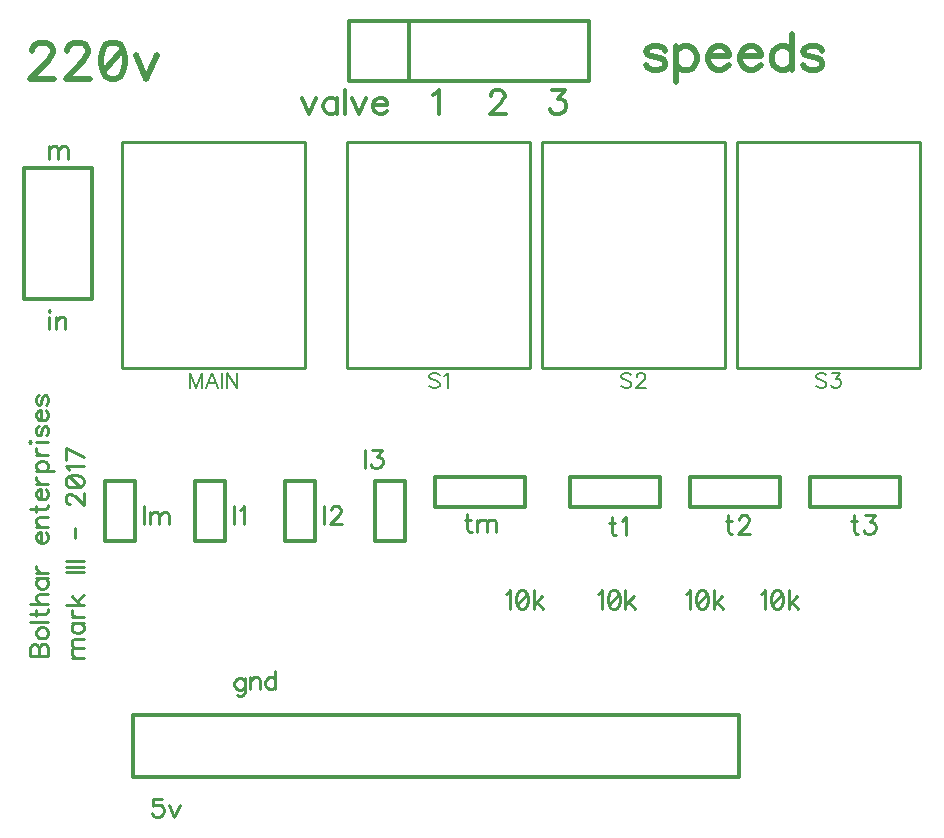
<source format=gto>
G04 DipTrace 3.1.0.1*
G04 Controller.GTO*
%MOMM*%
G04 #@! TF.FileFunction,Legend,Top*
G04 #@! TF.Part,Single*
%ADD10C,0.25*%
%ADD15C,0.3*%
%ADD31C,0.19608*%
%ADD32C,0.23529*%
%ADD33C,0.47059*%
%ADD34C,0.31373*%
%FSLAX35Y35*%
G04*
G71*
G90*
G75*
G01*
G04 TopSilk*
%LPD*%
X2009293Y5048167D2*
D10*
Y6958167D1*
X3559293D1*
Y5048167D1*
X2009293D1*
X3914293D2*
Y6958167D1*
X5464293D1*
Y5048167D1*
X3914293D1*
X5565293D2*
Y6958167D1*
X7115293D1*
Y5048167D1*
X5565293D1*
X7216293D2*
Y6958167D1*
X8766293D1*
Y5048167D1*
X7216293D1*
X3927293Y7982167D2*
D15*
X5959293D1*
Y7474167D1*
X3927293D1*
Y7982167D1*
X2101667Y2108420D2*
X7229293D1*
Y1584543D1*
X2101667D1*
Y2108420D1*
X4657543Y4124543D2*
X5419543D1*
Y3870543D1*
X4657543D1*
Y4124543D1*
X5800543D2*
X6562543D1*
Y3870543D1*
X5800543D1*
Y4124543D1*
X6816543D2*
X7578543D1*
Y3870543D1*
X6816543D1*
Y4124543D1*
X7832543D2*
X8594543D1*
Y3870543D1*
X7832543D1*
Y4124543D1*
X1863543Y4092793D2*
X2117543D1*
Y3584790D1*
X1863543D1*
Y4092793D1*
X2625543D2*
X2879543D1*
Y3584790D1*
X2625543D1*
Y4092793D1*
X3387543D2*
X3641543D1*
Y3584790D1*
X3387543D1*
Y4092793D1*
X4149543D2*
X4403543D1*
Y3584790D1*
X4149543D1*
Y4092793D1*
X1180920Y6743917D2*
X1752420D1*
Y5632667D1*
X1180920D1*
Y6743917D1*
X4435293Y7966293D2*
Y7474167D1*
X2682863Y4877482D2*
D31*
Y5005092D1*
X2634290Y4877482D1*
X2585717Y5005092D1*
Y4877482D1*
X2819365D2*
X2770652Y5005092D1*
X2722079Y4877482D1*
X2740329Y4920019D2*
X2801115D1*
X2858581Y5005092D2*
Y4877482D1*
X2982870Y5005092D2*
Y4877482D1*
X2897797Y5005092D1*
Y4877482D1*
X4696990Y4986842D2*
X4684917Y4999055D1*
X4666667Y5005092D1*
X4642381D1*
X4624131Y4999055D1*
X4611917Y4986842D1*
Y4974769D1*
X4618094Y4962555D1*
X4624131Y4956519D1*
X4636204Y4950482D1*
X4672704Y4938269D1*
X4684917Y4932232D1*
X4690954Y4926055D1*
X4696990Y4913982D1*
Y4895732D1*
X4684917Y4883659D1*
X4666667Y4877482D1*
X4642381D1*
X4624131Y4883659D1*
X4611917Y4895732D1*
X4736206Y4980665D2*
X4748419Y4986842D1*
X4766669Y5004951D1*
Y4877482D1*
X6320685Y4986842D2*
X6308612Y4999055D1*
X6290362Y5005092D1*
X6266076D1*
X6247826Y4999055D1*
X6235612Y4986842D1*
Y4974769D1*
X6241789Y4962555D1*
X6247826Y4956519D1*
X6259899Y4950482D1*
X6296399Y4938269D1*
X6308612Y4932232D1*
X6314649Y4926055D1*
X6320685Y4913982D1*
Y4895732D1*
X6308612Y4883659D1*
X6290362Y4877482D1*
X6266076D1*
X6247826Y4883659D1*
X6235612Y4895732D1*
X6366078Y4974628D2*
Y4980665D1*
X6372115Y4992878D1*
X6378151Y4998915D1*
X6390365Y5004951D1*
X6414651D1*
X6426724Y4998915D1*
X6432761Y4992878D1*
X6438938Y4980665D1*
Y4968592D1*
X6432761Y4956378D1*
X6420688Y4938269D1*
X6359901Y4877482D1*
X6444974D1*
X7971685Y4986842D2*
X7959612Y4999055D1*
X7941362Y5005092D1*
X7917076D1*
X7898826Y4999055D1*
X7886612Y4986842D1*
Y4974769D1*
X7892789Y4962555D1*
X7898826Y4956519D1*
X7910899Y4950482D1*
X7947399Y4938269D1*
X7959612Y4932232D1*
X7965649Y4926055D1*
X7971685Y4913982D1*
Y4895732D1*
X7959612Y4883659D1*
X7941362Y4877482D1*
X7917076D1*
X7898826Y4883659D1*
X7886612Y4895732D1*
X8023115Y5004951D2*
X8089797D1*
X8053438Y4956378D1*
X8071688D1*
X8083761Y4950342D1*
X8089797Y4944305D1*
X8095974Y4926055D1*
Y4913982D1*
X8089797Y4895732D1*
X8077724Y4883519D1*
X8059474Y4877482D1*
X8041224D1*
X8023115Y4883519D1*
X8017078Y4889695D1*
X8010901Y4901769D1*
X2196918Y3878237D2*
D32*
Y3725105D1*
X2243977Y3827193D2*
Y3725105D1*
Y3798049D2*
X2265877Y3819949D1*
X2280533Y3827193D1*
X2302265D1*
X2316921Y3819949D1*
X2324165Y3798049D1*
Y3725105D1*
Y3798049D2*
X2346065Y3819949D1*
X2360721Y3827193D1*
X2382452D1*
X2397108Y3819949D1*
X2404521Y3798049D1*
Y3725105D1*
X2958918Y3878237D2*
Y3725105D1*
X3005977Y3848924D2*
X3020633Y3856337D1*
X3042533Y3878068D1*
Y3725105D1*
X3720918Y3878237D2*
Y3725105D1*
X3775389Y3841680D2*
Y3848924D1*
X3782633Y3863580D1*
X3789877Y3870824D1*
X3804533Y3878068D1*
X3833677D1*
X3848165Y3870824D1*
X3855408Y3863580D1*
X3862821Y3848924D1*
Y3834437D1*
X3855408Y3819780D1*
X3840921Y3798049D1*
X3767977Y3725105D1*
X3870065D1*
X4066058Y4354490D2*
Y4201358D1*
X4127773Y4354321D2*
X4207792D1*
X4164161Y4296034D1*
X4186061D1*
X4200548Y4288790D1*
X4207792Y4281546D1*
X4215205Y4259646D1*
Y4245158D1*
X4207792Y4223258D1*
X4193305Y4208602D1*
X4171405Y4201358D1*
X4149505D1*
X4127773Y4208602D1*
X4120529Y4216015D1*
X4113117Y4230502D1*
X1247291Y7730034D2*
D33*
Y7744522D1*
X1261778Y7773834D1*
X1276266Y7788322D1*
X1305578Y7802810D1*
X1363866D1*
X1392841Y7788322D1*
X1407329Y7773834D1*
X1422154Y7744522D1*
Y7715546D1*
X1407329Y7686234D1*
X1378354Y7642771D1*
X1232466Y7496883D1*
X1436641D1*
X1545584Y7730034D2*
Y7744522D1*
X1560071Y7773834D1*
X1574559Y7788322D1*
X1603871Y7802810D1*
X1662159D1*
X1691134Y7788322D1*
X1705622Y7773834D1*
X1720447Y7744522D1*
Y7715546D1*
X1705622Y7686234D1*
X1676647Y7642771D1*
X1530759Y7496883D1*
X1734934D1*
X1916652Y7802810D2*
X1872852Y7788322D1*
X1843540Y7744522D1*
X1829052Y7671746D1*
Y7627946D1*
X1843540Y7555171D1*
X1872852Y7511371D1*
X1916652Y7496883D1*
X1945628D1*
X1989428Y7511371D1*
X2018403Y7555171D1*
X2033228Y7627946D1*
Y7671746D1*
X2018403Y7744522D1*
X1989428Y7788322D1*
X1945628Y7802810D1*
X1916652D1*
X2018403Y7744522D2*
X1843540Y7555171D1*
X2127345Y7701059D2*
X2214945Y7496883D1*
X2302208Y7701059D1*
X2347253Y1401618D2*
D32*
X2274478D1*
X2267234Y1336087D1*
X2274478Y1343330D1*
X2296378Y1350743D1*
X2318109D1*
X2340009Y1343330D1*
X2354665Y1328843D1*
X2361909Y1306943D1*
Y1292455D1*
X2354665Y1270555D1*
X2340009Y1255899D1*
X2318109Y1248655D1*
X2296378D1*
X2274478Y1255899D1*
X2267234Y1263311D1*
X2259821Y1277799D1*
X2408968Y1350743D2*
X2452768Y1248655D1*
X2496399Y1350743D1*
X4933445Y3814743D2*
Y3690756D1*
X4940689Y3669024D1*
X4955345Y3661612D1*
X4969832D1*
X4911545Y3763699D2*
X4962589D1*
X5016891D2*
Y3661612D1*
Y3734556D2*
X5038791Y3756456D1*
X5053447Y3763699D1*
X5075179D1*
X5089835Y3756456D1*
X5097079Y3734556D1*
Y3661612D1*
Y3734556D2*
X5118979Y3756456D1*
X5133635Y3763699D1*
X5155367D1*
X5170023Y3756456D1*
X5177435Y3734556D1*
Y3661612D1*
X6155818Y3782993D2*
Y3659006D1*
X6163062Y3637274D1*
X6177718Y3629862D1*
X6192206D1*
X6133918Y3731949D2*
X6184962D1*
X6239265Y3753681D2*
X6253921Y3761093D1*
X6275821Y3782825D1*
Y3629862D1*
X7140068Y3798867D2*
Y3674879D1*
X7147312Y3653147D1*
X7161968Y3645735D1*
X7176456D1*
X7118168Y3747823D2*
X7169212D1*
X7230927Y3762310D2*
Y3769554D1*
X7238171Y3784210D1*
X7245415Y3791454D1*
X7260071Y3798698D1*
X7289215D1*
X7303702Y3791454D1*
X7310946Y3784210D1*
X7318358Y3769554D1*
Y3755067D1*
X7310946Y3740410D1*
X7296458Y3718679D1*
X7223515Y3645735D1*
X7325602D1*
X8203695Y3798867D2*
Y3674879D1*
X8210939Y3653147D1*
X8225595Y3645735D1*
X8240082D1*
X8181795Y3747823D2*
X8232839D1*
X8301797Y3798698D2*
X8381817D1*
X8338185Y3740410D1*
X8360085D1*
X8374573Y3733167D1*
X8381817Y3725923D1*
X8389229Y3704023D1*
Y3689535D1*
X8381817Y3667635D1*
X8367329Y3652979D1*
X8345429Y3645735D1*
X8323529D1*
X8301797Y3652979D1*
X8294554Y3660391D1*
X8287141Y3674879D1*
X5260795Y3134554D2*
X5275451Y3141967D1*
X5297351Y3163698D1*
Y3010735D1*
X5388210Y3163698D2*
X5366310Y3156454D1*
X5351654Y3134554D1*
X5344410Y3098167D1*
Y3076267D1*
X5351654Y3039879D1*
X5366310Y3017979D1*
X5388210Y3010735D1*
X5402697D1*
X5424597Y3017979D1*
X5439085Y3039879D1*
X5446497Y3076267D1*
Y3098167D1*
X5439085Y3134554D1*
X5424597Y3156454D1*
X5402697Y3163698D1*
X5388210D1*
X5439085Y3134554D2*
X5351654Y3039879D1*
X5493556Y3163867D2*
Y3010735D1*
X5566500Y3112823D2*
X5493556Y3039879D1*
X5522700Y3069023D2*
X5573744Y3010735D1*
X6038668Y3134554D2*
X6053324Y3141967D1*
X6075224Y3163698D1*
Y3010735D1*
X6166083Y3163698D2*
X6144183Y3156454D1*
X6129527Y3134554D1*
X6122283Y3098167D1*
Y3076267D1*
X6129527Y3039879D1*
X6144183Y3017979D1*
X6166083Y3010735D1*
X6180571D1*
X6202471Y3017979D1*
X6216958Y3039879D1*
X6224371Y3076267D1*
Y3098167D1*
X6216958Y3134554D1*
X6202471Y3156454D1*
X6180571Y3163698D1*
X6166083D1*
X6216958Y3134554D2*
X6129527Y3039879D1*
X6271430Y3163867D2*
Y3010735D1*
X6344373Y3112823D2*
X6271430Y3039879D1*
X6300573Y3069023D2*
X6351617Y3010735D1*
X6784795Y3134554D2*
X6799451Y3141967D1*
X6821351Y3163698D1*
Y3010735D1*
X6912210Y3163698D2*
X6890310Y3156454D1*
X6875654Y3134554D1*
X6868410Y3098167D1*
Y3076267D1*
X6875654Y3039879D1*
X6890310Y3017979D1*
X6912210Y3010735D1*
X6926697D1*
X6948597Y3017979D1*
X6963085Y3039879D1*
X6970497Y3076267D1*
Y3098167D1*
X6963085Y3134554D1*
X6948597Y3156454D1*
X6926697Y3163698D1*
X6912210D1*
X6963085Y3134554D2*
X6875654Y3039879D1*
X7017556Y3163867D2*
Y3010735D1*
X7090500Y3112823D2*
X7017556Y3039879D1*
X7046700Y3069023D2*
X7097744Y3010735D1*
X7419795Y3134554D2*
X7434451Y3141967D1*
X7456351Y3163698D1*
Y3010735D1*
X7547210Y3163698D2*
X7525310Y3156454D1*
X7510654Y3134554D1*
X7503410Y3098167D1*
Y3076267D1*
X7510654Y3039879D1*
X7525310Y3017979D1*
X7547210Y3010735D1*
X7561697D1*
X7583597Y3017979D1*
X7598085Y3039879D1*
X7605497Y3076267D1*
Y3098167D1*
X7598085Y3134554D1*
X7583597Y3156454D1*
X7561697Y3163698D1*
X7547210D1*
X7598085Y3134554D2*
X7510654Y3039879D1*
X7652556Y3163867D2*
Y3010735D1*
X7725500Y3112823D2*
X7652556Y3039879D1*
X7681700Y3069023D2*
X7732744Y3010735D1*
X1231670Y2608248D2*
X1384802D1*
Y2673948D1*
X1377389Y2695848D1*
X1370146Y2703092D1*
X1355658Y2710336D1*
X1333758D1*
X1319102Y2703092D1*
X1311858Y2695848D1*
X1304614Y2673948D1*
X1297202Y2695848D1*
X1289958Y2703092D1*
X1275470Y2710336D1*
X1260814D1*
X1246326Y2703092D1*
X1238914Y2695848D1*
X1231670Y2673948D1*
Y2608248D1*
X1304614D2*
Y2673948D1*
X1282714Y2793782D2*
X1289958Y2779295D1*
X1304614Y2764639D1*
X1326514Y2757395D1*
X1341002D1*
X1362902Y2764638D1*
X1377389Y2779295D1*
X1384802Y2793782D1*
Y2815682D1*
X1377389Y2830338D1*
X1362902Y2844826D1*
X1341002Y2852238D1*
X1326514D1*
X1304614Y2844826D1*
X1289958Y2830339D1*
X1282714Y2815682D1*
Y2793782D1*
X1231670Y2899297D2*
X1384802D1*
X1231670Y2968256D2*
X1355658D1*
X1377389Y2975500D1*
X1384802Y2990156D1*
Y3004644D1*
X1282714Y2946356D2*
Y2997400D1*
X1231670Y3051703D2*
X1384802D1*
X1311858D2*
X1289958Y3073603D1*
X1282714Y3088259D1*
Y3110159D1*
X1289958Y3124646D1*
X1311858Y3131890D1*
X1384802D1*
X1282714Y3266381D2*
X1384802D1*
X1304614D2*
X1289958Y3251893D1*
X1282714Y3237237D1*
Y3215505D1*
X1289958Y3200849D1*
X1304614Y3186361D1*
X1326514Y3178949D1*
X1341002D1*
X1362902Y3186361D1*
X1377389Y3200849D1*
X1384802Y3215505D1*
Y3237237D1*
X1377389Y3251893D1*
X1362902Y3266381D1*
X1282714Y3313439D2*
X1384802D1*
X1326514D2*
X1304614Y3320852D1*
X1289958Y3335339D1*
X1282714Y3349996D1*
Y3371896D1*
X1326514Y3567090D2*
Y3654522D1*
X1311858D1*
X1297202Y3647278D1*
X1289958Y3640034D1*
X1282714Y3625378D1*
Y3603478D1*
X1289958Y3588990D1*
X1304614Y3574334D1*
X1326514Y3567090D1*
X1341002D1*
X1362902Y3574334D1*
X1377389Y3588990D1*
X1384802Y3603478D1*
Y3625378D1*
X1377389Y3640034D1*
X1362902Y3654522D1*
X1282714Y3701581D2*
X1384802D1*
X1311858D2*
X1289958Y3723481D1*
X1282714Y3738137D1*
Y3759868D1*
X1289958Y3774524D1*
X1311858Y3781768D1*
X1384802D1*
X1231670Y3850727D2*
X1355658D1*
X1377389Y3857971D1*
X1384802Y3872627D1*
Y3887115D1*
X1282714Y3828827D2*
Y3879871D1*
X1326514Y3934174D2*
Y4021605D1*
X1311858D1*
X1297202Y4014361D1*
X1289958Y4007117D1*
X1282714Y3992461D1*
Y3970561D1*
X1289958Y3956074D1*
X1304614Y3941417D1*
X1326514Y3934174D1*
X1341002D1*
X1362902Y3941417D1*
X1377389Y3956074D1*
X1384802Y3970561D1*
Y3992461D1*
X1377389Y4007117D1*
X1362902Y4021605D1*
X1282714Y4068664D2*
X1384802D1*
X1326514D2*
X1304614Y4076076D1*
X1289958Y4090564D1*
X1282714Y4105220D1*
Y4127120D1*
Y4174179D2*
X1435845D1*
X1304614D2*
X1290126Y4188835D1*
X1282714Y4203323D1*
Y4225223D1*
X1290126Y4239879D1*
X1304614Y4254367D1*
X1326514Y4261779D1*
X1341170D1*
X1362902Y4254367D1*
X1377558Y4239879D1*
X1384802Y4225223D1*
Y4203323D1*
X1377558Y4188835D1*
X1362902Y4174179D1*
X1282714Y4308838D2*
X1384802D1*
X1326514D2*
X1304614Y4316250D1*
X1289958Y4330738D1*
X1282714Y4345394D1*
Y4367294D1*
X1231670Y4414353D2*
X1238914Y4421597D1*
X1231670Y4429009D1*
X1224258Y4421597D1*
X1231670Y4414353D1*
X1282714Y4421597D2*
X1384802D1*
X1304614Y4556255D2*
X1289958Y4549012D1*
X1282714Y4527112D1*
Y4505212D1*
X1289958Y4483312D1*
X1304614Y4476068D1*
X1319102Y4483312D1*
X1326514Y4497968D1*
X1333758Y4534355D1*
X1341002Y4549012D1*
X1355658Y4556255D1*
X1362902D1*
X1377389Y4549012D1*
X1384802Y4527112D1*
Y4505212D1*
X1377389Y4483312D1*
X1362902Y4476068D1*
X1326514Y4603314D2*
Y4690746D1*
X1311858D1*
X1297202Y4683502D1*
X1289958Y4676258D1*
X1282714Y4661602D1*
Y4639702D1*
X1289958Y4625214D1*
X1304614Y4610558D1*
X1326514Y4603314D1*
X1341002D1*
X1362902Y4610558D1*
X1377389Y4625214D1*
X1384802Y4639702D1*
Y4661602D1*
X1377389Y4676258D1*
X1362902Y4690746D1*
X1304614Y4817992D2*
X1289958Y4810748D1*
X1282714Y4788848D1*
Y4766948D1*
X1289958Y4745048D1*
X1304614Y4737805D1*
X1319102Y4745048D1*
X1326514Y4759705D1*
X1333758Y4796092D1*
X1341002Y4810748D1*
X1355658Y4817992D1*
X1362902D1*
X1377389Y4810748D1*
X1384802Y4788848D1*
Y4766948D1*
X1377389Y4745048D1*
X1362902Y4737805D1*
X1581924Y2594788D2*
X1684012D1*
X1611068D2*
X1589168Y2616688D1*
X1581924Y2631345D1*
Y2653076D1*
X1589168Y2667732D1*
X1611068Y2674976D1*
X1684012D1*
X1611068D2*
X1589168Y2696876D1*
X1581924Y2711532D1*
Y2733264D1*
X1589168Y2747920D1*
X1611068Y2755332D1*
X1684012D1*
X1581924Y2889822D2*
X1684012D1*
X1603824D2*
X1589168Y2875335D1*
X1581924Y2860678D1*
Y2838947D1*
X1589168Y2824291D1*
X1603824Y2809803D1*
X1625724Y2802391D1*
X1640212D1*
X1662112Y2809803D1*
X1676599Y2824291D1*
X1684012Y2838947D1*
Y2860678D1*
X1676599Y2875335D1*
X1662112Y2889822D1*
X1581924Y2936881D2*
X1684012D1*
X1625724D2*
X1603824Y2944293D1*
X1589168Y2958781D1*
X1581924Y2973437D1*
Y2995337D1*
X1530880Y3042396D2*
X1684012D1*
X1581924Y3115340D2*
X1654868Y3042396D1*
X1625724Y3071540D2*
X1684012Y3122584D1*
X1530880Y3317778D2*
X1684012D1*
X1530880Y3364837D2*
X1684012D1*
X1530880Y3411896D2*
X1684012D1*
X1607530Y3607091D2*
Y3691321D1*
X1567436Y3893928D2*
X1560192D1*
X1545536Y3901172D1*
X1538292Y3908416D1*
X1531049Y3923072D1*
Y3952216D1*
X1538292Y3966704D1*
X1545536Y3973947D1*
X1560192Y3981360D1*
X1574680D1*
X1589336Y3973947D1*
X1611068Y3959460D1*
X1684012Y3886516D1*
Y3988604D1*
X1531049Y4079462D2*
X1538292Y4057562D1*
X1560192Y4042906D1*
X1596580Y4035662D1*
X1618480D1*
X1654868Y4042906D1*
X1676768Y4057562D1*
X1684012Y4079462D1*
Y4093950D1*
X1676768Y4115850D1*
X1654868Y4130338D1*
X1618480Y4137750D1*
X1596580D1*
X1560192Y4130338D1*
X1538292Y4115850D1*
X1531049Y4093950D1*
Y4079462D1*
X1560192Y4130338D2*
X1654868Y4042906D1*
X1560192Y4184809D2*
X1552780Y4199465D1*
X1531049Y4221365D1*
X1684012D1*
Y4297568D2*
X1531049Y4370512D1*
Y4268424D1*
X1387295Y5529240D2*
X1394539Y5521996D1*
X1401951Y5529240D1*
X1394539Y5536652D1*
X1387295Y5529240D1*
X1394539Y5478196D2*
Y5376108D1*
X1449010Y5478196D2*
Y5376108D1*
Y5449052D2*
X1470910Y5470952D1*
X1485566Y5478196D1*
X1507297D1*
X1521954Y5470952D1*
X1529197Y5449052D1*
Y5376108D1*
X1387288Y6922819D2*
Y6820732D1*
Y6893676D2*
X1409188Y6915576D1*
X1423844Y6922819D1*
X1445576D1*
X1460232Y6915576D1*
X1467476Y6893676D1*
Y6820732D1*
Y6893676D2*
X1489376Y6915576D1*
X1504032Y6922819D1*
X1525763D1*
X1540420Y6915576D1*
X1547832Y6893676D1*
Y6820732D1*
X3534336Y7333081D2*
D34*
X3592736Y7196964D1*
X3650912Y7333081D1*
X3830232D2*
Y7196964D1*
Y7303881D2*
X3810915Y7323423D1*
X3791374Y7333081D1*
X3762398D1*
X3742857Y7323423D1*
X3723540Y7303881D1*
X3713657Y7274681D1*
Y7255364D1*
X3723540Y7226164D1*
X3742857Y7206848D1*
X3762398Y7196964D1*
X3791374D1*
X3810915Y7206848D1*
X3830232Y7226164D1*
X3892977Y7401140D2*
Y7196964D1*
X3955722Y7333081D2*
X4014122Y7196964D1*
X4072298Y7333081D1*
X4135043Y7274681D2*
X4251618D1*
Y7294223D1*
X4241960Y7313764D1*
X4232301Y7323423D1*
X4212760Y7333081D1*
X4183560D1*
X4164243Y7323423D1*
X4144701Y7303881D1*
X4135043Y7274681D1*
Y7255364D1*
X4144701Y7226164D1*
X4164243Y7206848D1*
X4183560Y7196964D1*
X4212760D1*
X4232301Y7206848D1*
X4251618Y7226164D1*
X4645590Y7362050D2*
X4665131Y7371933D1*
X4694331Y7400909D1*
Y7196958D1*
X5131723Y7352392D2*
Y7362050D1*
X5141381Y7381592D1*
X5151040Y7391250D1*
X5170581Y7400909D1*
X5209440D1*
X5228757Y7391250D1*
X5238415Y7381592D1*
X5248298Y7362050D1*
Y7342733D1*
X5238415Y7323192D1*
X5219098Y7294216D1*
X5121840Y7196958D1*
X5257957D1*
X5649381Y7400909D2*
X5756073D1*
X5697898Y7323192D1*
X5727098D1*
X5746415Y7313533D1*
X5756073Y7303875D1*
X5765957Y7274675D1*
Y7255358D1*
X5756073Y7226158D1*
X5736757Y7206616D1*
X5707557Y7196958D1*
X5678357D1*
X5649381Y7206616D1*
X5639723Y7216499D1*
X5629840Y7235816D1*
X6607685Y7728789D2*
D33*
X6593197Y7758101D1*
X6549397Y7772589D1*
X6505597D1*
X6461797Y7758101D1*
X6447309Y7728789D1*
X6461797Y7699813D1*
X6491109Y7684989D1*
X6563885Y7670501D1*
X6593197Y7656013D1*
X6607685Y7626701D1*
Y7612213D1*
X6593197Y7583238D1*
X6549397Y7568413D1*
X6505597D1*
X6461797Y7583238D1*
X6447309Y7612213D1*
X6701802Y7772589D2*
Y7466326D1*
Y7728789D2*
X6731115Y7757764D1*
X6760090Y7772589D1*
X6803890D1*
X6833202Y7757764D1*
X6862178Y7728789D1*
X6877002Y7684989D1*
Y7655676D1*
X6862178Y7612213D1*
X6833202Y7582901D1*
X6803890Y7568413D1*
X6760090D1*
X6731115Y7582901D1*
X6701802Y7612213D1*
X6971120Y7684989D2*
X7145983D1*
Y7714301D1*
X7131495Y7743613D1*
X7117008Y7758101D1*
X7087695Y7772589D1*
X7043895D1*
X7014920Y7758101D1*
X6985608Y7728789D1*
X6971120Y7684989D1*
Y7656013D1*
X6985608Y7612213D1*
X7014920Y7583238D1*
X7043895Y7568413D1*
X7087695D1*
X7117008Y7583238D1*
X7145983Y7612213D1*
X7240101Y7684989D2*
X7414964D1*
Y7714301D1*
X7400476Y7743613D1*
X7385989Y7758101D1*
X7356676Y7772589D1*
X7312876D1*
X7283901Y7758101D1*
X7254589Y7728789D1*
X7240101Y7684989D1*
Y7656013D1*
X7254589Y7612213D1*
X7283901Y7583238D1*
X7312876Y7568413D1*
X7356676D1*
X7385989Y7583238D1*
X7414964Y7612213D1*
X7683945Y7874676D2*
Y7568413D1*
Y7728789D2*
X7654969Y7758101D1*
X7625657Y7772589D1*
X7581857D1*
X7552882Y7758101D1*
X7523569Y7728789D1*
X7509082Y7684989D1*
Y7656013D1*
X7523569Y7612213D1*
X7552882Y7583238D1*
X7581857Y7568413D1*
X7625657D1*
X7654969Y7583238D1*
X7683945Y7612213D1*
X7938438Y7728789D2*
X7923950Y7758101D1*
X7880150Y7772589D1*
X7836350D1*
X7792550Y7758101D1*
X7778062Y7728789D1*
X7792550Y7699813D1*
X7821862Y7684989D1*
X7894638Y7670501D1*
X7923950Y7656013D1*
X7938438Y7626701D1*
Y7612213D1*
X7923950Y7583238D1*
X7880150Y7568413D1*
X7836350D1*
X7792550Y7583238D1*
X7778062Y7612213D1*
X3046350Y2422949D2*
D32*
Y2306205D1*
X3039106Y2284473D1*
X3031862Y2277061D1*
X3017206Y2269817D1*
X2995306D1*
X2980818Y2277061D1*
X3046350Y2401049D2*
X3031862Y2415537D1*
X3017206Y2422949D1*
X2995306D1*
X2980818Y2415537D1*
X2966162Y2401049D1*
X2958918Y2379149D1*
Y2364493D1*
X2966162Y2342761D1*
X2980818Y2328105D1*
X2995306Y2320861D1*
X3017206D1*
X3031862Y2328105D1*
X3046350Y2342761D1*
X3093408Y2430193D2*
Y2328105D1*
Y2401049D2*
X3115308Y2422949D1*
X3129965Y2430193D1*
X3151696D1*
X3166352Y2422949D1*
X3173596Y2401049D1*
Y2328105D1*
X3308086Y2481237D2*
Y2328105D1*
Y2408293D2*
X3293599Y2422949D1*
X3278943Y2430193D1*
X3257043D1*
X3242555Y2422949D1*
X3227899Y2408293D1*
X3220655Y2386393D1*
Y2371905D1*
X3227899Y2350005D1*
X3242555Y2335517D1*
X3257043Y2328105D1*
X3278943D1*
X3293599Y2335517D1*
X3308086Y2350005D1*
M02*

</source>
